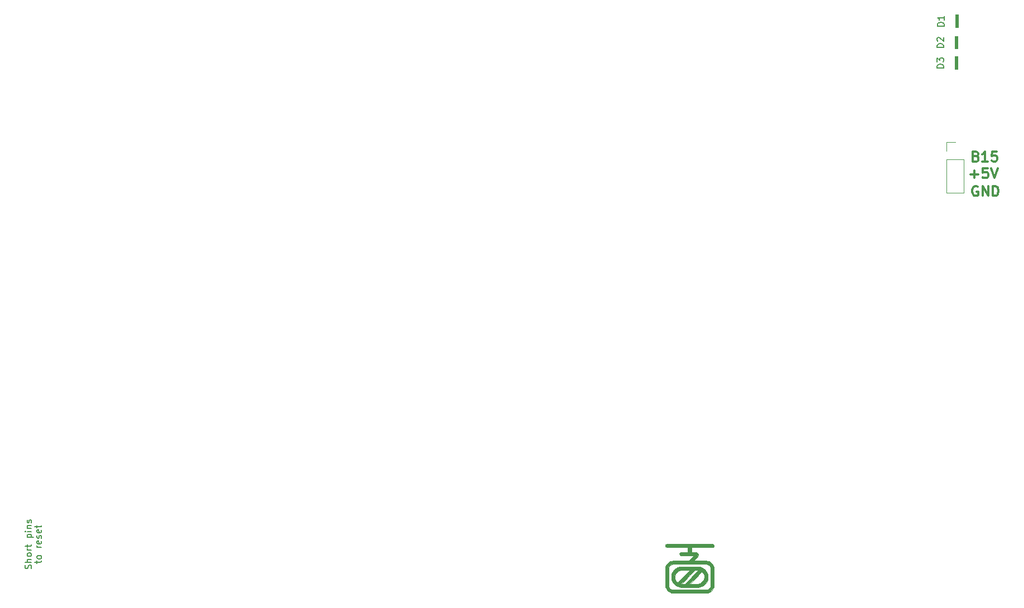
<source format=gbr>
G04 #@! TF.GenerationSoftware,KiCad,Pcbnew,(5.1.5)-3*
G04 #@! TF.CreationDate,2020-05-02T12:47:51+01:00*
G04 #@! TF.ProjectId,cypher,63797068-6572-42e6-9b69-6361645f7063,rev?*
G04 #@! TF.SameCoordinates,Original*
G04 #@! TF.FileFunction,Legend,Top*
G04 #@! TF.FilePolarity,Positive*
%FSLAX46Y46*%
G04 Gerber Fmt 4.6, Leading zero omitted, Abs format (unit mm)*
G04 Created by KiCad (PCBNEW (5.1.5)-3) date 2020-05-02 12:47:51*
%MOMM*%
%LPD*%
G04 APERTURE LIST*
%ADD10C,0.300000*%
%ADD11C,0.100000*%
%ADD12C,0.120000*%
%ADD13C,0.150000*%
G04 APERTURE END LIST*
D10*
X319224492Y-138256800D02*
X319081635Y-138185371D01*
X318867350Y-138185371D01*
X318653064Y-138256800D01*
X318510207Y-138399657D01*
X318438778Y-138542514D01*
X318367350Y-138828228D01*
X318367350Y-139042514D01*
X318438778Y-139328228D01*
X318510207Y-139471085D01*
X318653064Y-139613942D01*
X318867350Y-139685371D01*
X319010207Y-139685371D01*
X319224492Y-139613942D01*
X319295921Y-139542514D01*
X319295921Y-139042514D01*
X319010207Y-139042514D01*
X319938778Y-139685371D02*
X319938778Y-138185371D01*
X320795921Y-139685371D01*
X320795921Y-138185371D01*
X321510207Y-139685371D02*
X321510207Y-138185371D01*
X321867350Y-138185371D01*
X322081635Y-138256800D01*
X322224492Y-138399657D01*
X322295921Y-138542514D01*
X322367350Y-138828228D01*
X322367350Y-139042514D01*
X322295921Y-139328228D01*
X322224492Y-139471085D01*
X322081635Y-139613942D01*
X321867350Y-139685371D01*
X321510207Y-139685371D01*
X318151778Y-136407942D02*
X319294635Y-136407942D01*
X318723207Y-136979371D02*
X318723207Y-135836514D01*
X320723207Y-135479371D02*
X320008921Y-135479371D01*
X319937492Y-136193657D01*
X320008921Y-136122228D01*
X320151778Y-136050800D01*
X320508921Y-136050800D01*
X320651778Y-136122228D01*
X320723207Y-136193657D01*
X320794635Y-136336514D01*
X320794635Y-136693657D01*
X320723207Y-136836514D01*
X320651778Y-136907942D01*
X320508921Y-136979371D01*
X320151778Y-136979371D01*
X320008921Y-136907942D01*
X319937492Y-136836514D01*
X321223207Y-135479371D02*
X321723207Y-136979371D01*
X322223207Y-135479371D01*
X318972571Y-133668657D02*
X319186857Y-133740085D01*
X319258285Y-133811514D01*
X319329714Y-133954371D01*
X319329714Y-134168657D01*
X319258285Y-134311514D01*
X319186857Y-134382942D01*
X319044000Y-134454371D01*
X318472571Y-134454371D01*
X318472571Y-132954371D01*
X318972571Y-132954371D01*
X319115428Y-133025800D01*
X319186857Y-133097228D01*
X319258285Y-133240085D01*
X319258285Y-133382942D01*
X319186857Y-133525800D01*
X319115428Y-133597228D01*
X318972571Y-133668657D01*
X318472571Y-133668657D01*
X320758285Y-134454371D02*
X319901142Y-134454371D01*
X320329714Y-134454371D02*
X320329714Y-132954371D01*
X320186857Y-133168657D01*
X320044000Y-133311514D01*
X319901142Y-133382942D01*
X322115428Y-132954371D02*
X321401142Y-132954371D01*
X321329714Y-133668657D01*
X321401142Y-133597228D01*
X321544000Y-133525800D01*
X321901142Y-133525800D01*
X322044000Y-133597228D01*
X322115428Y-133668657D01*
X322186857Y-133811514D01*
X322186857Y-134168657D01*
X322115428Y-134311514D01*
X322044000Y-134382942D01*
X321901142Y-134454371D01*
X321544000Y-134454371D01*
X321401142Y-134382942D01*
X321329714Y-134311514D01*
D11*
G36*
X277968472Y-195128040D02*
G01*
X273005047Y-195648241D01*
X277968472Y-195648241D01*
X278248603Y-195704827D01*
X278477645Y-195859227D01*
X278632529Y-196088393D01*
X278690187Y-196369279D01*
X278690187Y-198805662D01*
X278632608Y-199087034D01*
X278477848Y-199316884D01*
X278248829Y-199472205D01*
X277968472Y-199529992D01*
X273005047Y-199529992D01*
X272725176Y-199472126D01*
X272496837Y-199316680D01*
X272342995Y-199086808D01*
X272286613Y-198805662D01*
X272286613Y-196369279D01*
X272343934Y-196089188D01*
X272497991Y-195860385D01*
X272725968Y-195705769D01*
X273005047Y-195648241D01*
X277968472Y-195128040D01*
X276124821Y-195128040D01*
X276728436Y-194505774D01*
X276834636Y-194297390D01*
X276810449Y-194064591D01*
X276662075Y-193885215D01*
X276439751Y-193817661D01*
X275747561Y-193817661D01*
X275747561Y-193103208D01*
X278949348Y-193103208D01*
X279078928Y-193068361D01*
X279173788Y-192973157D01*
X279208509Y-192843107D01*
X279173788Y-192713057D01*
X279078928Y-192617854D01*
X278949348Y-192583007D01*
X272027452Y-192583007D01*
X271844198Y-192659188D01*
X271768291Y-192843107D01*
X271844198Y-193027026D01*
X272027452Y-193103208D01*
X275229239Y-193103208D01*
X275229239Y-193817661D01*
X274218839Y-193817661D01*
X274089259Y-193852508D01*
X273994399Y-193947711D01*
X273959678Y-194077761D01*
X273994399Y-194207811D01*
X274089259Y-194303015D01*
X274218839Y-194337862D01*
X276167468Y-194337862D01*
X275399826Y-195128040D01*
X273005047Y-195128040D01*
X272755798Y-195153258D01*
X272523646Y-195225583D01*
X272130529Y-195491590D01*
X271865482Y-195886133D01*
X271793418Y-196119126D01*
X271768291Y-196369279D01*
X271768291Y-198805662D01*
X271793395Y-199056036D01*
X271865406Y-199289293D01*
X272130329Y-199684517D01*
X272523422Y-199951446D01*
X272755645Y-200024335D01*
X273005047Y-200050193D01*
X277968472Y-200050193D01*
X278218094Y-200024358D01*
X278450582Y-199951522D01*
X278844354Y-199684718D01*
X279110195Y-199289518D01*
X279182767Y-199056188D01*
X279208509Y-198805662D01*
X279208509Y-196369279D01*
X279182744Y-196118973D01*
X279110118Y-195885908D01*
X278844153Y-195491390D01*
X278450356Y-195225507D01*
X278217942Y-195153235D01*
X277968472Y-195128040D01*
G37*
X277968472Y-195128040D02*
X273005047Y-195648241D01*
X277968472Y-195648241D01*
X278248603Y-195704827D01*
X278477645Y-195859227D01*
X278632529Y-196088393D01*
X278690187Y-196369279D01*
X278690187Y-198805662D01*
X278632608Y-199087034D01*
X278477848Y-199316884D01*
X278248829Y-199472205D01*
X277968472Y-199529992D01*
X273005047Y-199529992D01*
X272725176Y-199472126D01*
X272496837Y-199316680D01*
X272342995Y-199086808D01*
X272286613Y-198805662D01*
X272286613Y-196369279D01*
X272343934Y-196089188D01*
X272497991Y-195860385D01*
X272725968Y-195705769D01*
X273005047Y-195648241D01*
X277968472Y-195128040D01*
X276124821Y-195128040D01*
X276728436Y-194505774D01*
X276834636Y-194297390D01*
X276810449Y-194064591D01*
X276662075Y-193885215D01*
X276439751Y-193817661D01*
X275747561Y-193817661D01*
X275747561Y-193103208D01*
X278949348Y-193103208D01*
X279078928Y-193068361D01*
X279173788Y-192973157D01*
X279208509Y-192843107D01*
X279173788Y-192713057D01*
X279078928Y-192617854D01*
X278949348Y-192583007D01*
X272027452Y-192583007D01*
X271844198Y-192659188D01*
X271768291Y-192843107D01*
X271844198Y-193027026D01*
X272027452Y-193103208D01*
X275229239Y-193103208D01*
X275229239Y-193817661D01*
X274218839Y-193817661D01*
X274089259Y-193852508D01*
X273994399Y-193947711D01*
X273959678Y-194077761D01*
X273994399Y-194207811D01*
X274089259Y-194303015D01*
X274218839Y-194337862D01*
X276167468Y-194337862D01*
X275399826Y-195128040D01*
X273005047Y-195128040D01*
X272755798Y-195153258D01*
X272523646Y-195225583D01*
X272130529Y-195491590D01*
X271865482Y-195886133D01*
X271793418Y-196119126D01*
X271768291Y-196369279D01*
X271768291Y-198805662D01*
X271793395Y-199056036D01*
X271865406Y-199289293D01*
X272130329Y-199684517D01*
X272523422Y-199951446D01*
X272755645Y-200024335D01*
X273005047Y-200050193D01*
X277968472Y-200050193D01*
X278218094Y-200024358D01*
X278450582Y-199951522D01*
X278844354Y-199684718D01*
X279110195Y-199289518D01*
X279182767Y-199056188D01*
X279208509Y-198805662D01*
X279208509Y-196369279D01*
X279182744Y-196118973D01*
X279110118Y-195885908D01*
X278844153Y-195491390D01*
X278450356Y-195225507D01*
X278217942Y-195153235D01*
X277968472Y-195128040D01*
G36*
X276708753Y-196026868D02*
G01*
X273871716Y-196630492D01*
X274268047Y-196550361D01*
X275527766Y-196550361D01*
X273690676Y-198446789D01*
X273505309Y-198282658D01*
X273366359Y-198081671D01*
X273278850Y-197853352D01*
X273247805Y-197607225D01*
X273247805Y-197571008D01*
X273328924Y-197173501D01*
X273547785Y-196849101D01*
X273871716Y-196630492D01*
X276708753Y-196026868D01*
X274231961Y-198624580D01*
X276246200Y-196550361D01*
X276702192Y-196550361D01*
X276826852Y-196550361D01*
X274829016Y-198627872D01*
X274238522Y-198627872D01*
X274231962Y-198624580D01*
X274231961Y-198624580D01*
X276708753Y-196026868D01*
X277345175Y-196780830D01*
X277505424Y-196942090D01*
X277624710Y-197132618D01*
X277699363Y-197344797D01*
X277725715Y-197571008D01*
X277719155Y-197607225D01*
X277719154Y-197607225D01*
X277641742Y-197997810D01*
X277421293Y-198328932D01*
X277091367Y-198550180D01*
X276702193Y-198627872D01*
X275554011Y-198627872D01*
X277345175Y-196780830D01*
X276708753Y-196026868D01*
X274268047Y-196026868D01*
X273958262Y-196058790D01*
X273669738Y-196149084D01*
X273408626Y-196291577D01*
X273181076Y-196480097D01*
X272993236Y-196708472D01*
X272851258Y-196970531D01*
X272761290Y-197260100D01*
X272729483Y-197571008D01*
X272729483Y-197607225D01*
X272761313Y-197917913D01*
X272851334Y-198207217D01*
X272993378Y-198468962D01*
X273181276Y-198696969D01*
X273408861Y-198885061D01*
X273669963Y-199027061D01*
X273958414Y-199116791D01*
X274268047Y-199148072D01*
X276708753Y-199148072D01*
X277017877Y-199116218D01*
X277305785Y-199026116D01*
X277566339Y-198883927D01*
X277793405Y-198695808D01*
X277980844Y-198467920D01*
X278122519Y-198206421D01*
X278212296Y-197917470D01*
X278244036Y-197607225D01*
X278244036Y-197571008D01*
X278212867Y-197260253D01*
X278123461Y-196970756D01*
X277981974Y-196708708D01*
X277794562Y-196480299D01*
X277567378Y-196291719D01*
X277306579Y-196149161D01*
X277018319Y-196058813D01*
X276708753Y-196026868D01*
G37*
X276708753Y-196026868D02*
X273871716Y-196630492D01*
X274268047Y-196550361D01*
X275527766Y-196550361D01*
X273690676Y-198446789D01*
X273505309Y-198282658D01*
X273366359Y-198081671D01*
X273278850Y-197853352D01*
X273247805Y-197607225D01*
X273247805Y-197571008D01*
X273328924Y-197173501D01*
X273547785Y-196849101D01*
X273871716Y-196630492D01*
X276708753Y-196026868D01*
X274231961Y-198624580D01*
X276246200Y-196550361D01*
X276702192Y-196550361D01*
X276826852Y-196550361D01*
X274829016Y-198627872D01*
X274238522Y-198627872D01*
X274231962Y-198624580D01*
X274231961Y-198624580D01*
X276708753Y-196026868D01*
X277345175Y-196780830D01*
X277505424Y-196942090D01*
X277624710Y-197132618D01*
X277699363Y-197344797D01*
X277725715Y-197571008D01*
X277719155Y-197607225D01*
X277719154Y-197607225D01*
X277641742Y-197997810D01*
X277421293Y-198328932D01*
X277091367Y-198550180D01*
X276702193Y-198627872D01*
X275554011Y-198627872D01*
X277345175Y-196780830D01*
X276708753Y-196026868D01*
X274268047Y-196026868D01*
X273958262Y-196058790D01*
X273669738Y-196149084D01*
X273408626Y-196291577D01*
X273181076Y-196480097D01*
X272993236Y-196708472D01*
X272851258Y-196970531D01*
X272761290Y-197260100D01*
X272729483Y-197571008D01*
X272729483Y-197607225D01*
X272761313Y-197917913D01*
X272851334Y-198207217D01*
X272993378Y-198468962D01*
X273181276Y-198696969D01*
X273408861Y-198885061D01*
X273669963Y-199027061D01*
X273958414Y-199116791D01*
X274268047Y-199148072D01*
X276708753Y-199148072D01*
X277017877Y-199116218D01*
X277305785Y-199026116D01*
X277566339Y-198883927D01*
X277793405Y-198695808D01*
X277980844Y-198467920D01*
X278122519Y-198206421D01*
X278212296Y-197917470D01*
X278244036Y-197607225D01*
X278244036Y-197571008D01*
X278212867Y-197260253D01*
X278123461Y-196970756D01*
X277981974Y-196708708D01*
X277794562Y-196480299D01*
X277567378Y-196291719D01*
X277306579Y-196149161D01*
X277018319Y-196058813D01*
X276708753Y-196026868D01*
D12*
X314480900Y-139252000D02*
X317140900Y-139252000D01*
X314480900Y-134112000D02*
X314480900Y-139252000D01*
X317140900Y-134112000D02*
X317140900Y-139252000D01*
X314480900Y-134112000D02*
X317140900Y-134112000D01*
X314480900Y-132842000D02*
X314480900Y-131512000D01*
X314480900Y-131512000D02*
X315810900Y-131512000D01*
D11*
G36*
X315810900Y-112157000D02*
G01*
X316310900Y-112157000D01*
X316310900Y-114157000D01*
X315810900Y-114157000D01*
X315810900Y-112157000D01*
G37*
G36*
X315747400Y-115395500D02*
G01*
X316247400Y-115395500D01*
X316247400Y-117395500D01*
X315747400Y-117395500D01*
X315747400Y-115395500D01*
G37*
G36*
X315747400Y-118507000D02*
G01*
X316247400Y-118507000D01*
X316247400Y-120507000D01*
X315747400Y-120507000D01*
X315747400Y-118507000D01*
G37*
D13*
X175523161Y-196325785D02*
X175570780Y-196182928D01*
X175570780Y-195944833D01*
X175523161Y-195849595D01*
X175475542Y-195801976D01*
X175380304Y-195754357D01*
X175285066Y-195754357D01*
X175189828Y-195801976D01*
X175142209Y-195849595D01*
X175094590Y-195944833D01*
X175046971Y-196135309D01*
X174999352Y-196230547D01*
X174951733Y-196278166D01*
X174856495Y-196325785D01*
X174761257Y-196325785D01*
X174666019Y-196278166D01*
X174618400Y-196230547D01*
X174570780Y-196135309D01*
X174570780Y-195897214D01*
X174618400Y-195754357D01*
X175570780Y-195325785D02*
X174570780Y-195325785D01*
X175570780Y-194897214D02*
X175046971Y-194897214D01*
X174951733Y-194944833D01*
X174904114Y-195040071D01*
X174904114Y-195182928D01*
X174951733Y-195278166D01*
X174999352Y-195325785D01*
X175570780Y-194278166D02*
X175523161Y-194373404D01*
X175475542Y-194421023D01*
X175380304Y-194468642D01*
X175094590Y-194468642D01*
X174999352Y-194421023D01*
X174951733Y-194373404D01*
X174904114Y-194278166D01*
X174904114Y-194135309D01*
X174951733Y-194040071D01*
X174999352Y-193992452D01*
X175094590Y-193944833D01*
X175380304Y-193944833D01*
X175475542Y-193992452D01*
X175523161Y-194040071D01*
X175570780Y-194135309D01*
X175570780Y-194278166D01*
X175570780Y-193516261D02*
X174904114Y-193516261D01*
X175094590Y-193516261D02*
X174999352Y-193468642D01*
X174951733Y-193421023D01*
X174904114Y-193325785D01*
X174904114Y-193230547D01*
X174904114Y-193040071D02*
X174904114Y-192659119D01*
X174570780Y-192897214D02*
X175427923Y-192897214D01*
X175523161Y-192849595D01*
X175570780Y-192754357D01*
X175570780Y-192659119D01*
X174904114Y-191563880D02*
X175904114Y-191563880D01*
X174951733Y-191563880D02*
X174904114Y-191468642D01*
X174904114Y-191278166D01*
X174951733Y-191182928D01*
X174999352Y-191135309D01*
X175094590Y-191087690D01*
X175380304Y-191087690D01*
X175475542Y-191135309D01*
X175523161Y-191182928D01*
X175570780Y-191278166D01*
X175570780Y-191468642D01*
X175523161Y-191563880D01*
X175570780Y-190659119D02*
X174904114Y-190659119D01*
X174570780Y-190659119D02*
X174618400Y-190706738D01*
X174666019Y-190659119D01*
X174618400Y-190611500D01*
X174570780Y-190659119D01*
X174666019Y-190659119D01*
X174904114Y-190182928D02*
X175570780Y-190182928D01*
X174999352Y-190182928D02*
X174951733Y-190135309D01*
X174904114Y-190040071D01*
X174904114Y-189897214D01*
X174951733Y-189801976D01*
X175046971Y-189754357D01*
X175570780Y-189754357D01*
X175523161Y-189325785D02*
X175570780Y-189230547D01*
X175570780Y-189040071D01*
X175523161Y-188944833D01*
X175427923Y-188897214D01*
X175380304Y-188897214D01*
X175285066Y-188944833D01*
X175237447Y-189040071D01*
X175237447Y-189182928D01*
X175189828Y-189278166D01*
X175094590Y-189325785D01*
X175046971Y-189325785D01*
X174951733Y-189278166D01*
X174904114Y-189182928D01*
X174904114Y-189040071D01*
X174951733Y-188944833D01*
X176404114Y-195492452D02*
X176404114Y-195111500D01*
X176070780Y-195349595D02*
X176927923Y-195349595D01*
X177023161Y-195301976D01*
X177070780Y-195206738D01*
X177070780Y-195111500D01*
X177070780Y-194635309D02*
X177023161Y-194730547D01*
X176975542Y-194778166D01*
X176880304Y-194825785D01*
X176594590Y-194825785D01*
X176499352Y-194778166D01*
X176451733Y-194730547D01*
X176404114Y-194635309D01*
X176404114Y-194492452D01*
X176451733Y-194397214D01*
X176499352Y-194349595D01*
X176594590Y-194301976D01*
X176880304Y-194301976D01*
X176975542Y-194349595D01*
X177023161Y-194397214D01*
X177070780Y-194492452D01*
X177070780Y-194635309D01*
X177070780Y-193111500D02*
X176404114Y-193111500D01*
X176594590Y-193111500D02*
X176499352Y-193063880D01*
X176451733Y-193016261D01*
X176404114Y-192921023D01*
X176404114Y-192825785D01*
X177023161Y-192111500D02*
X177070780Y-192206738D01*
X177070780Y-192397214D01*
X177023161Y-192492452D01*
X176927923Y-192540071D01*
X176546971Y-192540071D01*
X176451733Y-192492452D01*
X176404114Y-192397214D01*
X176404114Y-192206738D01*
X176451733Y-192111500D01*
X176546971Y-192063880D01*
X176642209Y-192063880D01*
X176737447Y-192540071D01*
X177023161Y-191682928D02*
X177070780Y-191587690D01*
X177070780Y-191397214D01*
X177023161Y-191301976D01*
X176927923Y-191254357D01*
X176880304Y-191254357D01*
X176785066Y-191301976D01*
X176737447Y-191397214D01*
X176737447Y-191540071D01*
X176689828Y-191635309D01*
X176594590Y-191682928D01*
X176546971Y-191682928D01*
X176451733Y-191635309D01*
X176404114Y-191540071D01*
X176404114Y-191397214D01*
X176451733Y-191301976D01*
X177023161Y-190444833D02*
X177070780Y-190540071D01*
X177070780Y-190730547D01*
X177023161Y-190825785D01*
X176927923Y-190873404D01*
X176546971Y-190873404D01*
X176451733Y-190825785D01*
X176404114Y-190730547D01*
X176404114Y-190540071D01*
X176451733Y-190444833D01*
X176546971Y-190397214D01*
X176642209Y-190397214D01*
X176737447Y-190873404D01*
X176404114Y-190111500D02*
X176404114Y-189730547D01*
X176070780Y-189968642D02*
X176927923Y-189968642D01*
X177023161Y-189921023D01*
X177070780Y-189825785D01*
X177070780Y-189730547D01*
X314104280Y-113895095D02*
X313104280Y-113895095D01*
X313104280Y-113657000D01*
X313151900Y-113514142D01*
X313247138Y-113418904D01*
X313342376Y-113371285D01*
X313532852Y-113323666D01*
X313675709Y-113323666D01*
X313866185Y-113371285D01*
X313961423Y-113418904D01*
X314056661Y-113514142D01*
X314104280Y-113657000D01*
X314104280Y-113895095D01*
X314104280Y-112371285D02*
X314104280Y-112942714D01*
X314104280Y-112657000D02*
X313104280Y-112657000D01*
X313247138Y-112752238D01*
X313342376Y-112847476D01*
X313389995Y-112942714D01*
X314040780Y-117133595D02*
X313040780Y-117133595D01*
X313040780Y-116895500D01*
X313088400Y-116752642D01*
X313183638Y-116657404D01*
X313278876Y-116609785D01*
X313469352Y-116562166D01*
X313612209Y-116562166D01*
X313802685Y-116609785D01*
X313897923Y-116657404D01*
X313993161Y-116752642D01*
X314040780Y-116895500D01*
X314040780Y-117133595D01*
X313136019Y-116181214D02*
X313088400Y-116133595D01*
X313040780Y-116038357D01*
X313040780Y-115800261D01*
X313088400Y-115705023D01*
X313136019Y-115657404D01*
X313231257Y-115609785D01*
X313326495Y-115609785D01*
X313469352Y-115657404D01*
X314040780Y-116228833D01*
X314040780Y-115609785D01*
X314040780Y-120245095D02*
X313040780Y-120245095D01*
X313040780Y-120007000D01*
X313088400Y-119864142D01*
X313183638Y-119768904D01*
X313278876Y-119721285D01*
X313469352Y-119673666D01*
X313612209Y-119673666D01*
X313802685Y-119721285D01*
X313897923Y-119768904D01*
X313993161Y-119864142D01*
X314040780Y-120007000D01*
X314040780Y-120245095D01*
X313040780Y-119340333D02*
X313040780Y-118721285D01*
X313421733Y-119054619D01*
X313421733Y-118911761D01*
X313469352Y-118816523D01*
X313516971Y-118768904D01*
X313612209Y-118721285D01*
X313850304Y-118721285D01*
X313945542Y-118768904D01*
X313993161Y-118816523D01*
X314040780Y-118911761D01*
X314040780Y-119197476D01*
X313993161Y-119292714D01*
X313945542Y-119340333D01*
M02*

</source>
